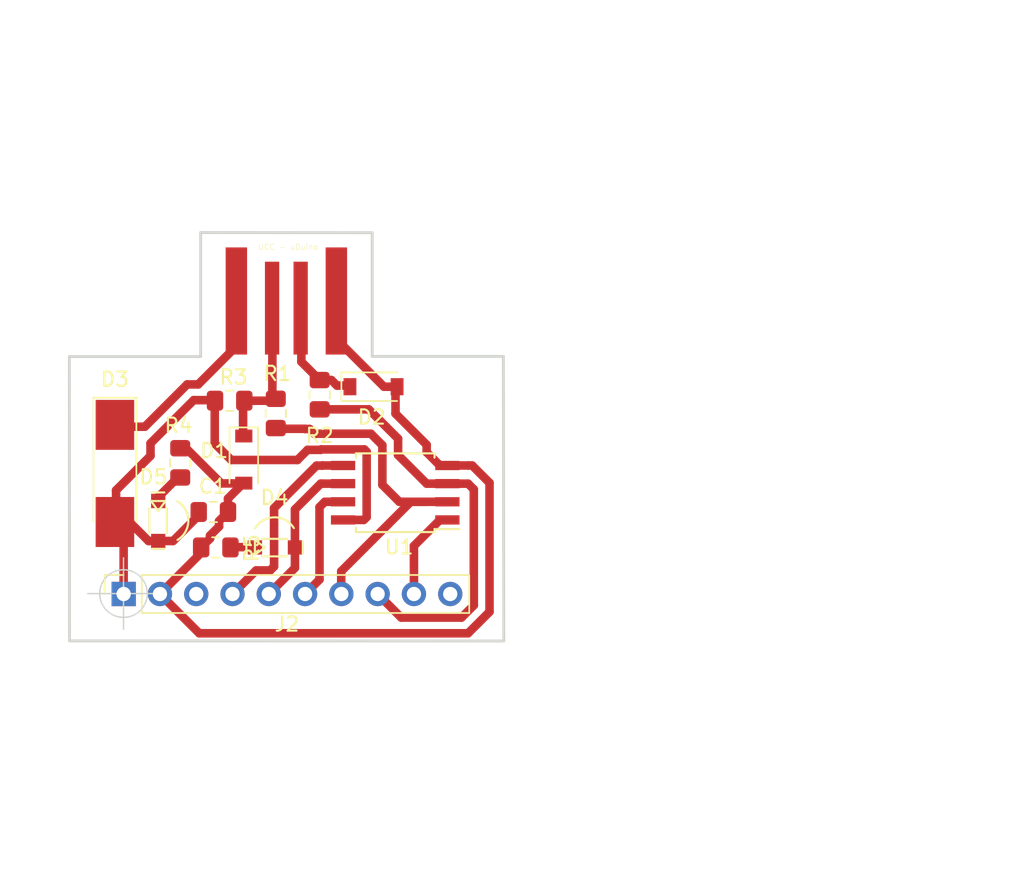
<source format=kicad_pcb>
(kicad_pcb (version 20171130) (host pcbnew "(5.0.0)")

  (general
    (thickness 1.6)
    (drawings 17)
    (tracks 124)
    (zones 0)
    (modules 14)
    (nets 16)
  )

  (page A4)
  (layers
    (0 F.Cu signal)
    (31 B.Cu signal)
    (32 B.Adhes user)
    (33 F.Adhes user)
    (34 B.Paste user)
    (35 F.Paste user)
    (36 B.SilkS user)
    (37 F.SilkS user)
    (38 B.Mask user)
    (39 F.Mask user)
    (40 Dwgs.User user)
    (41 Cmts.User user)
    (42 Eco1.User user)
    (43 Eco2.User user)
    (44 Edge.Cuts user)
    (45 Margin user)
    (46 B.CrtYd user)
    (47 F.CrtYd user)
    (48 B.Fab user)
    (49 F.Fab user hide)
  )

  (setup
    (last_trace_width 0.6)
    (trace_clearance 0.5)
    (zone_clearance 0.508)
    (zone_45_only no)
    (trace_min 0.2)
    (segment_width 0.2)
    (edge_width 0.2)
    (via_size 0.8)
    (via_drill 0.4)
    (via_min_size 0.4)
    (via_min_drill 0.3)
    (uvia_size 0.3)
    (uvia_drill 0.1)
    (uvias_allowed no)
    (uvia_min_size 0.2)
    (uvia_min_drill 0.1)
    (pcb_text_width 0.3)
    (pcb_text_size 1.5 1.5)
    (mod_edge_width 0.15)
    (mod_text_size 1 1)
    (mod_text_width 0.15)
    (pad_size 1.5 1.5)
    (pad_drill 0.6)
    (pad_to_mask_clearance 0)
    (aux_axis_origin 155.7 100.01)
    (visible_elements 7FFFFFFF)
    (pcbplotparams
      (layerselection 0x010fc_ffffffff)
      (usegerberextensions false)
      (usegerberattributes false)
      (usegerberadvancedattributes false)
      (creategerberjobfile false)
      (excludeedgelayer true)
      (linewidth 0.100000)
      (plotframeref false)
      (viasonmask false)
      (mode 1)
      (useauxorigin false)
      (hpglpennumber 1)
      (hpglpenspeed 20)
      (hpglpendiameter 15.000000)
      (psnegative false)
      (psa4output false)
      (plotreference true)
      (plotvalue true)
      (plotinvisibletext false)
      (padsonsilk false)
      (subtractmaskfromsilk false)
      (outputformat 1)
      (mirror false)
      (drillshape 1)
      (scaleselection 1)
      (outputdirectory ""))
  )

  (net 0 "")
  (net 1 +5V)
  (net 2 "Net-(D2-Pad1)")
  (net 3 "Net-(J2-Pad7)")
  (net 4 "Net-(D3-Pad1)")
  (net 5 "Net-(J2-Pad8)")
  (net 6 GND)
  (net 7 "Net-(D4-Pad1)")
  (net 8 "Net-(D5-Pad1)")
  (net 9 "Net-(J2-Pad9)")
  (net 10 "Net-(J2-Pad4)")
  (net 11 "Net-(D4-Pad2)")
  (net 12 "Net-(J2-Pad6)")
  (net 13 "Net-(D1-Pad1)")
  (net 14 "Net-(J2-Pad3)")
  (net 15 "Net-(J2-Pad10)")

  (net_class Default "This is the default net class."
    (clearance 0.5)
    (trace_width 0.6)
    (via_dia 0.8)
    (via_drill 0.4)
    (uvia_dia 0.3)
    (uvia_drill 0.1)
    (add_net +5V)
    (add_net GND)
    (add_net "Net-(D1-Pad1)")
    (add_net "Net-(D2-Pad1)")
    (add_net "Net-(D3-Pad1)")
    (add_net "Net-(D4-Pad1)")
    (add_net "Net-(D4-Pad2)")
    (add_net "Net-(D5-Pad1)")
    (add_net "Net-(J2-Pad10)")
    (add_net "Net-(J2-Pad3)")
    (add_net "Net-(J2-Pad4)")
    (add_net "Net-(J2-Pad6)")
    (add_net "Net-(J2-Pad7)")
    (add_net "Net-(J2-Pad8)")
    (add_net "Net-(J2-Pad9)")
  )

  (module Diode_SMD:D_MELF_Handsoldering (layer F.Cu) (tedit 5905D89D) (tstamp 5C20FB7D)
    (at 155.11 91.6 270)
    (descr "Diode MELF Handsoldering")
    (tags "Diode MELF Handsoldering")
    (path /5B9DA5AD)
    (attr smd)
    (fp_text reference D3 (at -6.59 0) (layer F.SilkS)
      (effects (font (size 1 1) (thickness 0.15)))
    )
    (fp_text value PMLL4148L (at 0 2.25 270) (layer F.Fab)
      (effects (font (size 1 1) (thickness 0.15)))
    )
    (fp_text user %R (at 0 -2.25 270) (layer F.Fab)
      (effects (font (size 1 1) (thickness 0.15)))
    )
    (fp_line (start 3.4 -1.5) (end -5.3 -1.5) (layer F.SilkS) (width 0.12))
    (fp_line (start -5.3 -1.5) (end -5.3 1.5) (layer F.SilkS) (width 0.12))
    (fp_line (start -5.3 1.5) (end 3.4 1.5) (layer F.SilkS) (width 0.12))
    (fp_line (start 2.6 -1.3) (end -2.6 -1.3) (layer F.Fab) (width 0.1))
    (fp_line (start -2.6 -1.3) (end -2.6 1.3) (layer F.Fab) (width 0.1))
    (fp_line (start -2.6 1.3) (end 2.6 1.3) (layer F.Fab) (width 0.1))
    (fp_line (start 2.6 1.3) (end 2.6 -1.3) (layer F.Fab) (width 0.1))
    (fp_line (start -0.64944 0.00102) (end -1.55114 0.00102) (layer F.Fab) (width 0.1))
    (fp_line (start 0.50118 0.00102) (end 1.4994 0.00102) (layer F.Fab) (width 0.1))
    (fp_line (start -0.64944 -0.79908) (end -0.64944 0.80112) (layer F.Fab) (width 0.1))
    (fp_line (start 0.50118 0.75032) (end 0.50118 -0.79908) (layer F.Fab) (width 0.1))
    (fp_line (start -0.64944 0.00102) (end 0.50118 0.75032) (layer F.Fab) (width 0.1))
    (fp_line (start -0.64944 0.00102) (end 0.50118 -0.79908) (layer F.Fab) (width 0.1))
    (fp_line (start -5.4 -1.6) (end 5.4 -1.6) (layer F.CrtYd) (width 0.05))
    (fp_line (start 5.4 -1.6) (end 5.4 1.6) (layer F.CrtYd) (width 0.05))
    (fp_line (start 5.4 1.6) (end -5.4 1.6) (layer F.CrtYd) (width 0.05))
    (fp_line (start -5.4 1.6) (end -5.4 -1.6) (layer F.CrtYd) (width 0.05))
    (pad 1 smd rect (at -3.4 0 270) (size 3.5 2.7) (layers F.Cu F.Paste F.Mask)
      (net 4 "Net-(D3-Pad1)"))
    (pad 2 smd rect (at 3.4 0 270) (size 3.5 2.7) (layers F.Cu F.Paste F.Mask)
      (net 1 +5V))
    (model ${KISYS3DMOD}/Diode_SMD.3dshapes/D_MELF.wrl
      (at (xyz 0 0 0))
      (scale (xyz 1 1 1))
      (rotate (xyz 0 0 0))
    )
  )

  (module Diode_SMD:D_SOD-123 (layer F.Cu) (tedit 58645DC7) (tstamp 5C20FB4D)
    (at 164.13 90.63 270)
    (descr SOD-123)
    (tags SOD-123)
    (path /5BA736C8)
    (attr smd)
    (fp_text reference D1 (at -0.63 2.08) (layer F.SilkS)
      (effects (font (size 1 1) (thickness 0.15)))
    )
    (fp_text value "3.6V 1/2mW" (at 0 2.1 270) (layer F.Fab)
      (effects (font (size 1 1) (thickness 0.15)))
    )
    (fp_text user %R (at 0 -2 270) (layer F.Fab)
      (effects (font (size 1 1) (thickness 0.15)))
    )
    (fp_line (start -2.25 -1) (end -2.25 1) (layer F.SilkS) (width 0.12))
    (fp_line (start 0.25 0) (end 0.75 0) (layer F.Fab) (width 0.1))
    (fp_line (start 0.25 0.4) (end -0.35 0) (layer F.Fab) (width 0.1))
    (fp_line (start 0.25 -0.4) (end 0.25 0.4) (layer F.Fab) (width 0.1))
    (fp_line (start -0.35 0) (end 0.25 -0.4) (layer F.Fab) (width 0.1))
    (fp_line (start -0.35 0) (end -0.35 0.55) (layer F.Fab) (width 0.1))
    (fp_line (start -0.35 0) (end -0.35 -0.55) (layer F.Fab) (width 0.1))
    (fp_line (start -0.75 0) (end -0.35 0) (layer F.Fab) (width 0.1))
    (fp_line (start -1.4 0.9) (end -1.4 -0.9) (layer F.Fab) (width 0.1))
    (fp_line (start 1.4 0.9) (end -1.4 0.9) (layer F.Fab) (width 0.1))
    (fp_line (start 1.4 -0.9) (end 1.4 0.9) (layer F.Fab) (width 0.1))
    (fp_line (start -1.4 -0.9) (end 1.4 -0.9) (layer F.Fab) (width 0.1))
    (fp_line (start -2.35 -1.15) (end 2.35 -1.15) (layer F.CrtYd) (width 0.05))
    (fp_line (start 2.35 -1.15) (end 2.35 1.15) (layer F.CrtYd) (width 0.05))
    (fp_line (start 2.35 1.15) (end -2.35 1.15) (layer F.CrtYd) (width 0.05))
    (fp_line (start -2.35 -1.15) (end -2.35 1.15) (layer F.CrtYd) (width 0.05))
    (fp_line (start -2.25 1) (end 1.65 1) (layer F.SilkS) (width 0.12))
    (fp_line (start -2.25 -1) (end 1.65 -1) (layer F.SilkS) (width 0.12))
    (pad 1 smd rect (at -1.65 0 270) (size 0.9 1.2) (layers F.Cu F.Paste F.Mask)
      (net 13 "Net-(D1-Pad1)"))
    (pad 2 smd rect (at 1.65 0 270) (size 0.9 1.2) (layers F.Cu F.Paste F.Mask)
      (net 6 GND))
    (model ${KISYS3DMOD}/Diode_SMD.3dshapes/D_SOD-123.wrl
      (at (xyz 0 0 0))
      (scale (xyz 1 1 1))
      (rotate (xyz 0 0 0))
    )
  )

  (module ledSmdLateral:led (layer F.Cu) (tedit 5BB42A8C) (tstamp 5C2CF65D)
    (at 158.14 95.33 270)
    (path /5BA70285)
    (attr smd)
    (fp_text reference D5 (at -3.48 0.34) (layer F.SilkS)
      (effects (font (size 1 1) (thickness 0.15)))
    )
    (fp_text value "Led Red" (at -0.025 0 270) (layer F.Fab)
      (effects (font (size 0.5 0.5) (thickness 0.125)))
    )
    (fp_line (start -2.4 -0.425) (end -2.4 0.425) (layer F.SilkS) (width 0.15))
    (fp_line (start 1.55 -0.425) (end 1.55 0.425) (layer F.SilkS) (width 0.15))
    (fp_line (start -1.8 0.5) (end -1.8 -0.5) (layer F.SilkS) (width 0.15))
    (fp_line (start -1.1 0) (end -1.8 0.5) (layer F.SilkS) (width 0.15))
    (fp_line (start -1.75 -0.475) (end -1.1 0) (layer F.SilkS) (width 0.15))
    (fp_line (start -1.3 0.625) (end 0.45 0.625) (layer F.SilkS) (width 0.15))
    (fp_line (start -1.3 -0.6) (end 0.45 -0.6) (layer F.SilkS) (width 0.15))
    (fp_arc (start -0.425 -0.525) (end 0.924999 -1.349999) (angle -117.9197664) (layer F.SilkS) (width 0.15))
    (fp_line (start 1.2 -0.85) (end 1.7 -0.85) (layer F.CrtYd) (width 0.15))
    (fp_line (start -2.55 -0.85) (end -2.075 -0.85) (layer F.CrtYd) (width 0.15))
    (fp_arc (start -0.425 -0.85) (end 1.2 -0.85) (angle -180) (layer F.CrtYd) (width 0.15))
    (fp_line (start 1.7 0.9) (end 1.7 -0.85) (layer F.CrtYd) (width 0.15))
    (fp_line (start -2.55 0.9) (end 1.7 0.9) (layer F.CrtYd) (width 0.15))
    (fp_line (start -2.55 -0.85) (end -2.55 0.9) (layer F.CrtYd) (width 0.15))
    (fp_line (start -1.1 0) (end -1.8 0.5) (layer F.Fab) (width 0.15))
    (fp_line (start -1.8 -0.5) (end -1.1 0) (layer F.Fab) (width 0.15))
    (fp_line (start -1.8 0.5) (end -1.8 -0.5) (layer F.Fab) (width 0.15))
    (fp_line (start 1 0.5) (end -1.8 0.5) (layer F.Fab) (width 0.15))
    (fp_line (start 1 -0.5) (end 1 0.5) (layer F.Fab) (width 0.15))
    (fp_line (start -1.8 -0.5) (end 1 -0.5) (layer F.Fab) (width 0.15))
    (pad 2 smd rect (at 1 0 270) (size 1 1) (layers F.Cu F.Paste F.Mask)
      (net 1 +5V))
    (pad 1 smd rect (at -1.8 0 270) (size 1 1) (layers F.Cu F.Paste F.Mask)
      (net 8 "Net-(D5-Pad1)"))
  )

  (module ledSmdLateral:led (layer F.Cu) (tedit 5BB42A8C) (tstamp 5C20ECFE)
    (at 166.71 96.78)
    (path /5B9D9F26)
    (attr smd)
    (fp_text reference D4 (at -0.43 -3.49) (layer F.SilkS)
      (effects (font (size 1 1) (thickness 0.15)))
    )
    (fp_text value "Led Green" (at -0.025 0) (layer F.Fab)
      (effects (font (size 0.5 0.5) (thickness 0.125)))
    )
    (fp_line (start -1.8 -0.5) (end 1 -0.5) (layer F.Fab) (width 0.15))
    (fp_line (start 1 -0.5) (end 1 0.5) (layer F.Fab) (width 0.15))
    (fp_line (start 1 0.5) (end -1.8 0.5) (layer F.Fab) (width 0.15))
    (fp_line (start -1.8 0.5) (end -1.8 -0.5) (layer F.Fab) (width 0.15))
    (fp_line (start -1.8 -0.5) (end -1.1 0) (layer F.Fab) (width 0.15))
    (fp_line (start -1.1 0) (end -1.8 0.5) (layer F.Fab) (width 0.15))
    (fp_line (start -2.55 -0.85) (end -2.55 0.9) (layer F.CrtYd) (width 0.15))
    (fp_line (start -2.55 0.9) (end 1.7 0.9) (layer F.CrtYd) (width 0.15))
    (fp_line (start 1.7 0.9) (end 1.7 -0.85) (layer F.CrtYd) (width 0.15))
    (fp_arc (start -0.425 -0.85) (end 1.2 -0.85) (angle -180) (layer F.CrtYd) (width 0.15))
    (fp_line (start -2.55 -0.85) (end -2.075 -0.85) (layer F.CrtYd) (width 0.15))
    (fp_line (start 1.2 -0.85) (end 1.7 -0.85) (layer F.CrtYd) (width 0.15))
    (fp_arc (start -0.425 -0.525) (end 0.924999 -1.349999) (angle -117.9197664) (layer F.SilkS) (width 0.15))
    (fp_line (start -1.3 -0.6) (end 0.45 -0.6) (layer F.SilkS) (width 0.15))
    (fp_line (start -1.3 0.625) (end 0.45 0.625) (layer F.SilkS) (width 0.15))
    (fp_line (start -1.75 -0.475) (end -1.1 0) (layer F.SilkS) (width 0.15))
    (fp_line (start -1.1 0) (end -1.8 0.5) (layer F.SilkS) (width 0.15))
    (fp_line (start -1.8 0.5) (end -1.8 -0.5) (layer F.SilkS) (width 0.15))
    (fp_line (start 1.55 -0.425) (end 1.55 0.425) (layer F.SilkS) (width 0.15))
    (fp_line (start -2.4 -0.425) (end -2.4 0.425) (layer F.SilkS) (width 0.15))
    (pad 1 smd rect (at -1.8 0) (size 1 1) (layers F.Cu F.Paste F.Mask)
      (net 7 "Net-(D4-Pad1)"))
    (pad 2 smd rect (at 1 0) (size 1 1) (layers F.Cu F.Paste F.Mask)
      (net 11 "Net-(D4-Pad2)"))
  )

  (module usbEmbedded:USB_A_UCC locked (layer F.Cu) (tedit 5BAAF4DA) (tstamp 5BCC6B05)
    (at 167.11 79.73 270)
    (path /5BAA6B82)
    (fp_text reference J1 (at 0 0 270) (layer F.SilkS) hide
      (effects (font (size 1.27 1.27) (thickness 0.15)))
    )
    (fp_text value USB_PCB_A (at 0 0 270) (layer F.SilkS) hide
      (effects (font (size 0.38608 0.38608) (thickness 0.030886)) (justify left bottom))
    )
    (fp_line (start -5 -6) (end 3.7 -6) (layer F.Fab) (width 0.127))
    (fp_line (start 3.7 -6) (end 3.7 6) (layer F.Fab) (width 0.127))
    (fp_line (start 3.7 6) (end -5 6) (layer F.Fab) (width 0.127))
    (fp_line (start -5 6) (end -5 -6) (layer F.Fab) (width 0.127))
    (fp_text user "UCC - uDuino" (at -3.75 2) (layer F.SilkS)
      (effects (font (size 0.38608 0.38608) (thickness 0.032512)) (justify left bottom))
    )
    (fp_text user USB_PCB_A (at -1.27 5.08 270) (layer F.Fab)
      (effects (font (size 0.38608 0.38608) (thickness 0.032512)) (justify left bottom))
    )
    (pad 1 smd rect (at -0.2 3.5 270) (size 7.5 1.5) (layers F.Cu F.Paste F.Mask)
      (net 4 "Net-(D3-Pad1)") (solder_mask_margin 0.1016))
    (pad 2 smd rect (at 0.3 1 270) (size 6.5 1) (layers F.Cu F.Paste F.Mask)
      (net 13 "Net-(D1-Pad1)") (solder_mask_margin 0.1016))
    (pad 3 smd rect (at 0.3 -1 270) (size 6.5 1) (layers F.Cu F.Paste F.Mask)
      (net 2 "Net-(D2-Pad1)") (solder_mask_margin 0.1016))
    (pad 4 smd rect (at -0.2 -3.5 270) (size 7.5 1.5) (layers F.Cu F.Paste F.Mask)
      (net 6 GND) (solder_mask_margin 0.1016))
  )

  (module Package_SO:SOIJ-8_5.3x5.3mm_P1.27mm (layer F.Cu) (tedit 5A02F2D3) (tstamp 5BE6712D)
    (at 174.73 92.95 180)
    (descr "8-Lead Plastic Small Outline (SM) - Medium, 5.28 mm Body [SOIC] (see Microchip Packaging Specification 00000049BS.pdf)")
    (tags "SOIC 1.27")
    (path /5B9D9CB3)
    (attr smd)
    (fp_text reference U1 (at -0.27 -3.8 180) (layer F.SilkS)
      (effects (font (size 1 1) (thickness 0.15)))
    )
    (fp_text value ATtiny85-20SU (at 0 3.68 180) (layer F.Fab)
      (effects (font (size 1 1) (thickness 0.15)))
    )
    (fp_text user %R (at 0 0 180) (layer F.Fab)
      (effects (font (size 1 1) (thickness 0.15)))
    )
    (fp_line (start -1.65 -2.65) (end 2.65 -2.65) (layer F.Fab) (width 0.15))
    (fp_line (start 2.65 -2.65) (end 2.65 2.65) (layer F.Fab) (width 0.15))
    (fp_line (start 2.65 2.65) (end -2.65 2.65) (layer F.Fab) (width 0.15))
    (fp_line (start -2.65 2.65) (end -2.65 -1.65) (layer F.Fab) (width 0.15))
    (fp_line (start -2.65 -1.65) (end -1.65 -2.65) (layer F.Fab) (width 0.15))
    (fp_line (start -4.75 -2.95) (end -4.75 2.95) (layer F.CrtYd) (width 0.05))
    (fp_line (start 4.75 -2.95) (end 4.75 2.95) (layer F.CrtYd) (width 0.05))
    (fp_line (start -4.75 -2.95) (end 4.75 -2.95) (layer F.CrtYd) (width 0.05))
    (fp_line (start -4.75 2.95) (end 4.75 2.95) (layer F.CrtYd) (width 0.05))
    (fp_line (start -2.75 -2.755) (end -2.75 -2.55) (layer F.SilkS) (width 0.15))
    (fp_line (start 2.75 -2.755) (end 2.75 -2.455) (layer F.SilkS) (width 0.15))
    (fp_line (start 2.75 2.755) (end 2.75 2.455) (layer F.SilkS) (width 0.15))
    (fp_line (start -2.75 2.755) (end -2.75 2.455) (layer F.SilkS) (width 0.15))
    (fp_line (start -2.75 -2.755) (end 2.75 -2.755) (layer F.SilkS) (width 0.15))
    (fp_line (start -2.75 2.755) (end 2.75 2.755) (layer F.SilkS) (width 0.15))
    (fp_line (start -2.75 -2.55) (end -4.5 -2.55) (layer F.SilkS) (width 0.15))
    (pad 1 smd rect (at -3.65 -1.905 180) (size 1.7 0.65) (layers F.Cu F.Paste F.Mask)
      (net 9 "Net-(J2-Pad9)"))
    (pad 2 smd rect (at -3.65 -0.635 180) (size 1.7 0.65) (layers F.Cu F.Paste F.Mask)
      (net 3 "Net-(J2-Pad7)"))
    (pad 3 smd rect (at -3.65 0.635 180) (size 1.7 0.65) (layers F.Cu F.Paste F.Mask)
      (net 5 "Net-(J2-Pad8)"))
    (pad 4 smd rect (at -3.65 1.905 180) (size 1.7 0.65) (layers F.Cu F.Paste F.Mask)
      (net 6 GND))
    (pad 5 smd rect (at 3.65 1.905 180) (size 1.7 0.65) (layers F.Cu F.Paste F.Mask)
      (net 10 "Net-(J2-Pad4)"))
    (pad 6 smd rect (at 3.65 0.635 180) (size 1.7 0.65) (layers F.Cu F.Paste F.Mask)
      (net 11 "Net-(D4-Pad2)"))
    (pad 7 smd rect (at 3.65 -0.635 180) (size 1.7 0.65) (layers F.Cu F.Paste F.Mask)
      (net 12 "Net-(J2-Pad6)"))
    (pad 8 smd rect (at 3.65 -1.905 180) (size 1.7 0.65) (layers F.Cu F.Paste F.Mask)
      (net 1 +5V))
    (model ${KISYS3DMOD}/Package_SO.3dshapes/SOIJ-8_5.3x5.3mm_P1.27mm.wrl
      (at (xyz 0 0 0))
      (scale (xyz 1 1 1))
      (rotate (xyz 0 0 0))
    )
  )

  (module Connector_PinSocket_2.54mm:PinSocket_1x10_P2.54mm_Vertical (layer F.Cu) (tedit 5A19A425) (tstamp 5BE67255)
    (at 155.72 100.04 90)
    (descr "Through hole straight socket strip, 1x10, 2.54mm pitch, single row (from Kicad 4.0.7), script generated")
    (tags "Through hole socket strip THT 1x10 2.54mm single row")
    (path /5BA73E1D)
    (fp_text reference J2 (at -2.11 11.43 180) (layer F.SilkS)
      (effects (font (size 1 1) (thickness 0.15)))
    )
    (fp_text value Header (at 0 25.63 90) (layer F.Fab)
      (effects (font (size 1 1) (thickness 0.15)))
    )
    (fp_line (start -1.27 -1.27) (end 0.635 -1.27) (layer F.Fab) (width 0.1))
    (fp_line (start 0.635 -1.27) (end 1.27 -0.635) (layer F.Fab) (width 0.1))
    (fp_line (start 1.27 -0.635) (end 1.27 24.13) (layer F.Fab) (width 0.1))
    (fp_line (start 1.27 24.13) (end -1.27 24.13) (layer F.Fab) (width 0.1))
    (fp_line (start -1.27 24.13) (end -1.27 -1.27) (layer F.Fab) (width 0.1))
    (fp_line (start -1.33 1.27) (end 1.33 1.27) (layer F.SilkS) (width 0.12))
    (fp_line (start -1.33 1.27) (end -1.33 24.19) (layer F.SilkS) (width 0.12))
    (fp_line (start -1.33 24.19) (end 1.33 24.19) (layer F.SilkS) (width 0.12))
    (fp_line (start 1.33 1.27) (end 1.33 24.19) (layer F.SilkS) (width 0.12))
    (fp_line (start 1.33 -1.33) (end 1.33 0) (layer F.SilkS) (width 0.12))
    (fp_line (start 0 -1.33) (end 1.33 -1.33) (layer F.SilkS) (width 0.12))
    (fp_line (start -1.8 -1.8) (end 1.75 -1.8) (layer F.CrtYd) (width 0.05))
    (fp_line (start 1.75 -1.8) (end 1.75 24.6) (layer F.CrtYd) (width 0.05))
    (fp_line (start 1.75 24.6) (end -1.8 24.6) (layer F.CrtYd) (width 0.05))
    (fp_line (start -1.8 24.6) (end -1.8 -1.8) (layer F.CrtYd) (width 0.05))
    (fp_text user %R (at 0 11.43 180) (layer F.Fab)
      (effects (font (size 1 1) (thickness 0.15)))
    )
    (pad 1 thru_hole rect (at 0 0 90) (size 1.7 1.7) (drill 1) (layers *.Cu *.Mask)
      (net 1 +5V))
    (pad 2 thru_hole oval (at 0 2.54 90) (size 1.7 1.7) (drill 1) (layers *.Cu *.Mask)
      (net 6 GND))
    (pad 3 thru_hole oval (at 0 5.08 90) (size 1.7 1.7) (drill 1) (layers *.Cu *.Mask)
      (net 14 "Net-(J2-Pad3)"))
    (pad 4 thru_hole oval (at 0 7.62 90) (size 1.7 1.7) (drill 1) (layers *.Cu *.Mask)
      (net 10 "Net-(J2-Pad4)"))
    (pad 5 thru_hole oval (at 0 10.16 90) (size 1.7 1.7) (drill 1) (layers *.Cu *.Mask)
      (net 11 "Net-(D4-Pad2)"))
    (pad 6 thru_hole oval (at 0 12.7 90) (size 1.7 1.7) (drill 1) (layers *.Cu *.Mask)
      (net 12 "Net-(J2-Pad6)"))
    (pad 7 thru_hole oval (at 0 15.24 90) (size 1.7 1.7) (drill 1) (layers *.Cu *.Mask)
      (net 3 "Net-(J2-Pad7)"))
    (pad 8 thru_hole oval (at 0 17.78 90) (size 1.7 1.7) (drill 1) (layers *.Cu *.Mask)
      (net 5 "Net-(J2-Pad8)"))
    (pad 9 thru_hole oval (at 0 20.32 90) (size 1.7 1.7) (drill 1) (layers *.Cu *.Mask)
      (net 9 "Net-(J2-Pad9)"))
    (pad 10 thru_hole oval (at 0 22.86 90) (size 1.7 1.7) (drill 1) (layers *.Cu *.Mask)
      (net 15 "Net-(J2-Pad10)"))
    (model ${KISYS3DMOD}/Connector_PinSocket_2.54mm.3dshapes/PinSocket_1x10_P2.54mm_Vertical.wrl
      (at (xyz 0 0 0))
      (scale (xyz 1 1 1))
      (rotate (xyz 0 0 0))
    )
  )

  (module Resistor_SMD:R_0805_2012Metric_Pad1.15x1.40mm_HandSolder (layer F.Cu) (tedit 5B36C52B) (tstamp 5BAB0E60)
    (at 162.17 96.78)
    (descr "Resistor SMD 0805 (2012 Metric), square (rectangular) end terminal, IPC_7351 nominal with elongated pad for handsoldering. (Body size source: https://docs.google.com/spreadsheets/d/1BsfQQcO9C6DZCsRaXUlFlo91Tg2WpOkGARC1WS5S8t0/edit?usp=sharing), generated with kicad-footprint-generator")
    (tags "resistor handsolder")
    (path /5BA72428)
    (attr smd)
    (fp_text reference R5 (at 2.525 0.05 90) (layer F.SilkS)
      (effects (font (size 1 1) (thickness 0.15)))
    )
    (fp_text value "330Ω 5% 1/8W" (at 0 1.65) (layer F.Fab)
      (effects (font (size 1 1) (thickness 0.15)))
    )
    (fp_line (start -1 0.6) (end -1 -0.6) (layer F.Fab) (width 0.1))
    (fp_line (start -1 -0.6) (end 1 -0.6) (layer F.Fab) (width 0.1))
    (fp_line (start 1 -0.6) (end 1 0.6) (layer F.Fab) (width 0.1))
    (fp_line (start 1 0.6) (end -1 0.6) (layer F.Fab) (width 0.1))
    (fp_line (start -0.261252 -0.71) (end 0.261252 -0.71) (layer F.SilkS) (width 0.12))
    (fp_line (start -0.261252 0.71) (end 0.261252 0.71) (layer F.SilkS) (width 0.12))
    (fp_line (start -1.85 0.95) (end -1.85 -0.95) (layer F.CrtYd) (width 0.05))
    (fp_line (start -1.85 -0.95) (end 1.85 -0.95) (layer F.CrtYd) (width 0.05))
    (fp_line (start 1.85 -0.95) (end 1.85 0.95) (layer F.CrtYd) (width 0.05))
    (fp_line (start 1.85 0.95) (end -1.85 0.95) (layer F.CrtYd) (width 0.05))
    (fp_text user %R (at 0 0) (layer F.Fab)
      (effects (font (size 0.5 0.5) (thickness 0.08)))
    )
    (pad 1 smd roundrect (at -1.025 0) (size 1.15 1.4) (layers F.Cu F.Paste F.Mask) (roundrect_rratio 0.217391)
      (net 6 GND))
    (pad 2 smd roundrect (at 1.025 0) (size 1.15 1.4) (layers F.Cu F.Paste F.Mask) (roundrect_rratio 0.217391)
      (net 7 "Net-(D4-Pad1)"))
    (model ${KISYS3DMOD}/Resistor_SMD.3dshapes/R_0805_2012Metric.wrl
      (at (xyz 0 0 0))
      (scale (xyz 1 1 1))
      (rotate (xyz 0 0 0))
    )
  )

  (module Resistor_SMD:R_0805_2012Metric_Pad1.15x1.40mm_HandSolder (layer F.Cu) (tedit 5B36C52B) (tstamp 5BC05F3A)
    (at 159.68 90.86 90)
    (descr "Resistor SMD 0805 (2012 Metric), square (rectangular) end terminal, IPC_7351 nominal with elongated pad for handsoldering. (Body size source: https://docs.google.com/spreadsheets/d/1BsfQQcO9C6DZCsRaXUlFlo91Tg2WpOkGARC1WS5S8t0/edit?usp=sharing), generated with kicad-footprint-generator")
    (tags "resistor handsolder")
    (path /5BA72D9B)
    (attr smd)
    (fp_text reference R4 (at 2.62 -0.12 180) (layer F.SilkS)
      (effects (font (size 1 1) (thickness 0.15)))
    )
    (fp_text value "330Ω 5% 1/8W" (at 0 1.65 90) (layer F.Fab)
      (effects (font (size 1 1) (thickness 0.15)))
    )
    (fp_text user %R (at 0 0 90) (layer F.Fab)
      (effects (font (size 0.5 0.5) (thickness 0.08)))
    )
    (fp_line (start 1.85 0.95) (end -1.85 0.95) (layer F.CrtYd) (width 0.05))
    (fp_line (start 1.85 -0.95) (end 1.85 0.95) (layer F.CrtYd) (width 0.05))
    (fp_line (start -1.85 -0.95) (end 1.85 -0.95) (layer F.CrtYd) (width 0.05))
    (fp_line (start -1.85 0.95) (end -1.85 -0.95) (layer F.CrtYd) (width 0.05))
    (fp_line (start -0.261252 0.71) (end 0.261252 0.71) (layer F.SilkS) (width 0.12))
    (fp_line (start -0.261252 -0.71) (end 0.261252 -0.71) (layer F.SilkS) (width 0.12))
    (fp_line (start 1 0.6) (end -1 0.6) (layer F.Fab) (width 0.1))
    (fp_line (start 1 -0.6) (end 1 0.6) (layer F.Fab) (width 0.1))
    (fp_line (start -1 -0.6) (end 1 -0.6) (layer F.Fab) (width 0.1))
    (fp_line (start -1 0.6) (end -1 -0.6) (layer F.Fab) (width 0.1))
    (pad 2 smd roundrect (at 1.025 0 90) (size 1.15 1.4) (layers F.Cu F.Paste F.Mask) (roundrect_rratio 0.217391)
      (net 6 GND))
    (pad 1 smd roundrect (at -1.025 0 90) (size 1.15 1.4) (layers F.Cu F.Paste F.Mask) (roundrect_rratio 0.217391)
      (net 8 "Net-(D5-Pad1)"))
    (model ${KISYS3DMOD}/Resistor_SMD.3dshapes/R_0805_2012Metric.wrl
      (at (xyz 0 0 0))
      (scale (xyz 1 1 1))
      (rotate (xyz 0 0 0))
    )
  )

  (module Resistor_SMD:R_0805_2012Metric_Pad1.15x1.40mm_HandSolder (layer F.Cu) (tedit 5B36C52B) (tstamp 5BADA602)
    (at 163.14 86.51)
    (descr "Resistor SMD 0805 (2012 Metric), square (rectangular) end terminal, IPC_7351 nominal with elongated pad for handsoldering. (Body size source: https://docs.google.com/spreadsheets/d/1BsfQQcO9C6DZCsRaXUlFlo91Tg2WpOkGARC1WS5S8t0/edit?usp=sharing), generated with kicad-footprint-generator")
    (tags "resistor handsolder")
    (path /5B9DA46A)
    (attr smd)
    (fp_text reference R3 (at 0.27 -1.65 180) (layer F.SilkS)
      (effects (font (size 1 1) (thickness 0.15)))
    )
    (fp_text value "1.5KΩ 5% 1/8W" (at 0 1.65) (layer F.Fab)
      (effects (font (size 1 1) (thickness 0.15)))
    )
    (fp_text user %R (at 0 0) (layer F.Fab)
      (effects (font (size 0.5 0.5) (thickness 0.08)))
    )
    (fp_line (start 1.85 0.95) (end -1.85 0.95) (layer F.CrtYd) (width 0.05))
    (fp_line (start 1.85 -0.95) (end 1.85 0.95) (layer F.CrtYd) (width 0.05))
    (fp_line (start -1.85 -0.95) (end 1.85 -0.95) (layer F.CrtYd) (width 0.05))
    (fp_line (start -1.85 0.95) (end -1.85 -0.95) (layer F.CrtYd) (width 0.05))
    (fp_line (start -0.261252 0.71) (end 0.261252 0.71) (layer F.SilkS) (width 0.12))
    (fp_line (start -0.261252 -0.71) (end 0.261252 -0.71) (layer F.SilkS) (width 0.12))
    (fp_line (start 1 0.6) (end -1 0.6) (layer F.Fab) (width 0.1))
    (fp_line (start 1 -0.6) (end 1 0.6) (layer F.Fab) (width 0.1))
    (fp_line (start -1 -0.6) (end 1 -0.6) (layer F.Fab) (width 0.1))
    (fp_line (start -1 0.6) (end -1 -0.6) (layer F.Fab) (width 0.1))
    (pad 2 smd roundrect (at 1.025 0) (size 1.15 1.4) (layers F.Cu F.Paste F.Mask) (roundrect_rratio 0.217391)
      (net 13 "Net-(D1-Pad1)"))
    (pad 1 smd roundrect (at -1.025 0) (size 1.15 1.4) (layers F.Cu F.Paste F.Mask) (roundrect_rratio 0.217391)
      (net 1 +5V))
    (model ${KISYS3DMOD}/Resistor_SMD.3dshapes/R_0805_2012Metric.wrl
      (at (xyz 0 0 0))
      (scale (xyz 1 1 1))
      (rotate (xyz 0 0 0))
    )
  )

  (module Resistor_SMD:R_0805_2012Metric_Pad1.15x1.40mm_HandSolder (layer F.Cu) (tedit 5B36C52B) (tstamp 5BAB0753)
    (at 169.44 86.09 90)
    (descr "Resistor SMD 0805 (2012 Metric), square (rectangular) end terminal, IPC_7351 nominal with elongated pad for handsoldering. (Body size source: https://docs.google.com/spreadsheets/d/1BsfQQcO9C6DZCsRaXUlFlo91Tg2WpOkGARC1WS5S8t0/edit?usp=sharing), generated with kicad-footprint-generator")
    (tags "resistor handsolder")
    (path /5BA71812)
    (attr smd)
    (fp_text reference R2 (at -2.86 0 180) (layer F.SilkS)
      (effects (font (size 1 1) (thickness 0.15)))
    )
    (fp_text value "68Ω 5% 1/8W" (at 0 1.65 90) (layer F.Fab)
      (effects (font (size 1 1) (thickness 0.15)))
    )
    (fp_text user %R (at 0 0 90) (layer F.Fab)
      (effects (font (size 0.5 0.5) (thickness 0.08)))
    )
    (fp_line (start 1.85 0.95) (end -1.85 0.95) (layer F.CrtYd) (width 0.05))
    (fp_line (start 1.85 -0.95) (end 1.85 0.95) (layer F.CrtYd) (width 0.05))
    (fp_line (start -1.85 -0.95) (end 1.85 -0.95) (layer F.CrtYd) (width 0.05))
    (fp_line (start -1.85 0.95) (end -1.85 -0.95) (layer F.CrtYd) (width 0.05))
    (fp_line (start -0.261252 0.71) (end 0.261252 0.71) (layer F.SilkS) (width 0.12))
    (fp_line (start -0.261252 -0.71) (end 0.261252 -0.71) (layer F.SilkS) (width 0.12))
    (fp_line (start 1 0.6) (end -1 0.6) (layer F.Fab) (width 0.1))
    (fp_line (start 1 -0.6) (end 1 0.6) (layer F.Fab) (width 0.1))
    (fp_line (start -1 -0.6) (end 1 -0.6) (layer F.Fab) (width 0.1))
    (fp_line (start -1 0.6) (end -1 -0.6) (layer F.Fab) (width 0.1))
    (pad 2 smd roundrect (at 1.025 0 90) (size 1.15 1.4) (layers F.Cu F.Paste F.Mask) (roundrect_rratio 0.217391)
      (net 2 "Net-(D2-Pad1)"))
    (pad 1 smd roundrect (at -1.025 0 90) (size 1.15 1.4) (layers F.Cu F.Paste F.Mask) (roundrect_rratio 0.217391)
      (net 5 "Net-(J2-Pad8)"))
    (model ${KISYS3DMOD}/Resistor_SMD.3dshapes/R_0805_2012Metric.wrl
      (at (xyz 0 0 0))
      (scale (xyz 1 1 1))
      (rotate (xyz 0 0 0))
    )
  )

  (module Resistor_SMD:R_0805_2012Metric_Pad1.15x1.40mm_HandSolder (layer F.Cu) (tedit 5B36C52B) (tstamp 5BAD87D0)
    (at 166.37 87.4 90)
    (descr "Resistor SMD 0805 (2012 Metric), square (rectangular) end terminal, IPC_7351 nominal with elongated pad for handsoldering. (Body size source: https://docs.google.com/spreadsheets/d/1BsfQQcO9C6DZCsRaXUlFlo91Tg2WpOkGARC1WS5S8t0/edit?usp=sharing), generated with kicad-footprint-generator")
    (tags "resistor handsolder")
    (path /5BA719F8)
    (attr smd)
    (fp_text reference R1 (at 2.79 0.11 180) (layer F.SilkS)
      (effects (font (size 1 1) (thickness 0.15)))
    )
    (fp_text value "68Ω 5% 1/8W" (at 0 1.65 90) (layer F.Fab)
      (effects (font (size 1 1) (thickness 0.15)))
    )
    (fp_line (start -1 0.6) (end -1 -0.6) (layer F.Fab) (width 0.1))
    (fp_line (start -1 -0.6) (end 1 -0.6) (layer F.Fab) (width 0.1))
    (fp_line (start 1 -0.6) (end 1 0.6) (layer F.Fab) (width 0.1))
    (fp_line (start 1 0.6) (end -1 0.6) (layer F.Fab) (width 0.1))
    (fp_line (start -0.261252 -0.71) (end 0.261252 -0.71) (layer F.SilkS) (width 0.12))
    (fp_line (start -0.261252 0.71) (end 0.261252 0.71) (layer F.SilkS) (width 0.12))
    (fp_line (start -1.85 0.95) (end -1.85 -0.95) (layer F.CrtYd) (width 0.05))
    (fp_line (start -1.85 -0.95) (end 1.85 -0.95) (layer F.CrtYd) (width 0.05))
    (fp_line (start 1.85 -0.95) (end 1.85 0.95) (layer F.CrtYd) (width 0.05))
    (fp_line (start 1.85 0.95) (end -1.85 0.95) (layer F.CrtYd) (width 0.05))
    (fp_text user %R (at 0 0 90) (layer F.Fab)
      (effects (font (size 0.5 0.5) (thickness 0.08)))
    )
    (pad 1 smd roundrect (at -1.025 0 90) (size 1.15 1.4) (layers F.Cu F.Paste F.Mask) (roundrect_rratio 0.217391)
      (net 3 "Net-(J2-Pad7)"))
    (pad 2 smd roundrect (at 1.025 0 90) (size 1.15 1.4) (layers F.Cu F.Paste F.Mask) (roundrect_rratio 0.217391)
      (net 13 "Net-(D1-Pad1)"))
    (model ${KISYS3DMOD}/Resistor_SMD.3dshapes/R_0805_2012Metric.wrl
      (at (xyz 0 0 0))
      (scale (xyz 1 1 1))
      (rotate (xyz 0 0 0))
    )
  )

  (module Capacitor_SMD:C_0805_2012Metric_Pad1.15x1.40mm_HandSolder (layer F.Cu) (tedit 5B36C52B) (tstamp 5BB0CF31)
    (at 162 94.3)
    (descr "Capacitor SMD 0805 (2012 Metric), square (rectangular) end terminal, IPC_7351 nominal with elongated pad for handsoldering. (Body size source: https://docs.google.com/spreadsheets/d/1BsfQQcO9C6DZCsRaXUlFlo91Tg2WpOkGARC1WS5S8t0/edit?usp=sharing), generated with kicad-footprint-generator")
    (tags "capacitor handsolder")
    (path /5BA2911B)
    (attr smd)
    (fp_text reference C1 (at -0.05 -1.8) (layer F.SilkS)
      (effects (font (size 1 1) (thickness 0.15)))
    )
    (fp_text value 0.1u (at 0 1.65) (layer F.Fab)
      (effects (font (size 1 1) (thickness 0.15)))
    )
    (fp_line (start -1 0.6) (end -1 -0.6) (layer F.Fab) (width 0.1))
    (fp_line (start -1 -0.6) (end 1 -0.6) (layer F.Fab) (width 0.1))
    (fp_line (start 1 -0.6) (end 1 0.6) (layer F.Fab) (width 0.1))
    (fp_line (start 1 0.6) (end -1 0.6) (layer F.Fab) (width 0.1))
    (fp_line (start -0.261252 -0.71) (end 0.261252 -0.71) (layer F.SilkS) (width 0.12))
    (fp_line (start -0.261252 0.71) (end 0.261252 0.71) (layer F.SilkS) (width 0.12))
    (fp_line (start -1.85 0.95) (end -1.85 -0.95) (layer F.CrtYd) (width 0.05))
    (fp_line (start -1.85 -0.95) (end 1.85 -0.95) (layer F.CrtYd) (width 0.05))
    (fp_line (start 1.85 -0.95) (end 1.85 0.95) (layer F.CrtYd) (width 0.05))
    (fp_line (start 1.85 0.95) (end -1.85 0.95) (layer F.CrtYd) (width 0.05))
    (fp_text user %R (at 0 0) (layer F.Fab)
      (effects (font (size 0.5 0.5) (thickness 0.08)))
    )
    (pad 1 smd roundrect (at -1.025 0) (size 1.15 1.4) (layers F.Cu F.Paste F.Mask) (roundrect_rratio 0.217391)
      (net 1 +5V))
    (pad 2 smd roundrect (at 1.025 0) (size 1.15 1.4) (layers F.Cu F.Paste F.Mask) (roundrect_rratio 0.217391)
      (net 6 GND))
    (model ${KISYS3DMOD}/Capacitor_SMD.3dshapes/C_0805_2012Metric.wrl
      (at (xyz 0 0 0))
      (scale (xyz 1 1 1))
      (rotate (xyz 0 0 0))
    )
  )

  (module Diode_SMD:D_SOD-123 (layer F.Cu) (tedit 58645DC7) (tstamp 5BB0CFB3)
    (at 173.21 85.53)
    (descr SOD-123)
    (tags SOD-123)
    (path /5B9DA27C)
    (attr smd)
    (fp_text reference D2 (at -0.13 2.13 180) (layer F.SilkS)
      (effects (font (size 1 1) (thickness 0.15)))
    )
    (fp_text value "3.6V 1/2mW" (at 0 2.1) (layer F.Fab)
      (effects (font (size 1 1) (thickness 0.15)))
    )
    (fp_line (start -2.25 -1) (end 1.65 -1) (layer F.SilkS) (width 0.12))
    (fp_line (start -2.25 1) (end 1.65 1) (layer F.SilkS) (width 0.12))
    (fp_line (start -2.35 -1.15) (end -2.35 1.15) (layer F.CrtYd) (width 0.05))
    (fp_line (start 2.35 1.15) (end -2.35 1.15) (layer F.CrtYd) (width 0.05))
    (fp_line (start 2.35 -1.15) (end 2.35 1.15) (layer F.CrtYd) (width 0.05))
    (fp_line (start -2.35 -1.15) (end 2.35 -1.15) (layer F.CrtYd) (width 0.05))
    (fp_line (start -1.4 -0.9) (end 1.4 -0.9) (layer F.Fab) (width 0.1))
    (fp_line (start 1.4 -0.9) (end 1.4 0.9) (layer F.Fab) (width 0.1))
    (fp_line (start 1.4 0.9) (end -1.4 0.9) (layer F.Fab) (width 0.1))
    (fp_line (start -1.4 0.9) (end -1.4 -0.9) (layer F.Fab) (width 0.1))
    (fp_line (start -0.75 0) (end -0.35 0) (layer F.Fab) (width 0.1))
    (fp_line (start -0.35 0) (end -0.35 -0.55) (layer F.Fab) (width 0.1))
    (fp_line (start -0.35 0) (end -0.35 0.55) (layer F.Fab) (width 0.1))
    (fp_line (start -0.35 0) (end 0.25 -0.4) (layer F.Fab) (width 0.1))
    (fp_line (start 0.25 -0.4) (end 0.25 0.4) (layer F.Fab) (width 0.1))
    (fp_line (start 0.25 0.4) (end -0.35 0) (layer F.Fab) (width 0.1))
    (fp_line (start 0.25 0) (end 0.75 0) (layer F.Fab) (width 0.1))
    (fp_line (start -2.25 -1) (end -2.25 1) (layer F.SilkS) (width 0.12))
    (fp_text user %R (at 0 -2) (layer F.Fab)
      (effects (font (size 1 1) (thickness 0.15)))
    )
    (pad 2 smd rect (at 1.65 0) (size 0.9 1.2) (layers F.Cu F.Paste F.Mask)
      (net 6 GND))
    (pad 1 smd rect (at -1.65 0) (size 0.9 1.2) (layers F.Cu F.Paste F.Mask)
      (net 2 "Net-(D2-Pad1)"))
    (model ${KISYS3DMOD}/Diode_SMD.3dshapes/D_SOD-123.wrl
      (at (xyz 0 0 0))
      (scale (xyz 1 1 1))
      (rotate (xyz 0 0 0))
    )
  )

  (dimension 28.480449 (width 0.3) (layer Dwgs.User)
    (gr_text "28.480 mm" (at 213.232103 88.868639 -89.67811698) (layer Dwgs.User)
      (effects (font (size 1.5 1.5) (thickness 0.3)))
    )
    (feature1 (pts (xy 173.75 74.85) (xy 211.638548 74.637143)))
    (feature2 (pts (xy 173.91 103.33) (xy 211.798548 103.117143)))
    (crossbar (pts (xy 211.212136 103.120437) (xy 211.052136 74.640437)))
    (arrow1a (pts (xy 211.052136 74.640437) (xy 211.644876 75.763629)))
    (arrow1b (pts (xy 211.052136 74.640437) (xy 210.472053 75.770217)))
    (arrow2a (pts (xy 211.212136 103.120437) (xy 211.792219 101.990657)))
    (arrow2b (pts (xy 211.212136 103.120437) (xy 210.619396 101.997245)))
  )
  (dimension 19.900161 (width 0.3) (layer Dwgs.User)
    (gr_text "19.900 mm" (at 202.384784 93.461346 89.76966645) (layer Dwgs.User)
      (effects (font (size 1.5 1.5) (thickness 0.3)))
    )
    (feature1 (pts (xy 182.11 103.33) (xy 200.831217 103.405261)))
    (feature2 (pts (xy 182.19 83.43) (xy 200.911217 83.505261)))
    (crossbar (pts (xy 200.324801 83.502904) (xy 200.244801 103.402904)))
    (arrow1a (pts (xy 200.244801 103.402904) (xy 199.662914 102.274052)))
    (arrow1b (pts (xy 200.244801 103.402904) (xy 200.835746 102.278767)))
    (arrow2a (pts (xy 200.324801 83.502904) (xy 199.733856 84.627041)))
    (arrow2b (pts (xy 200.324801 83.502904) (xy 200.906688 84.631756)))
  )
  (dimension 9.200049 (width 0.3) (layer Dwgs.User)
    (gr_text "9.200 mm" (at 177.771449 67.537407 359.8131666) (layer Dwgs.User)
      (effects (font (size 1.5 1.5) (thickness 0.3)))
    )
    (feature1 (pts (xy 182.32 83.33) (xy 182.366513 69.065978)))
    (feature2 (pts (xy 173.12 83.3) (xy 173.166513 69.035978)))
    (crossbar (pts (xy 173.164601 69.622396) (xy 182.364601 69.652396)))
    (arrow1a (pts (xy 182.364601 69.652396) (xy 181.236191 70.23514)))
    (arrow1b (pts (xy 182.364601 69.652396) (xy 181.240015 69.062305)))
    (arrow2a (pts (xy 173.164601 69.622396) (xy 174.289187 70.212487)))
    (arrow2b (pts (xy 173.164601 69.622396) (xy 174.293011 69.039652)))
  )
  (dimension 12.000004 (width 0.3) (layer Dwgs.User)
    (gr_text "12.000 mm" (at 167.17265 59.564661 359.9522535) (layer Dwgs.User)
      (effects (font (size 1.5 1.5) (thickness 0.3)))
    )
    (feature1 (pts (xy 173.16 74.75) (xy 173.171389 61.083239)))
    (feature2 (pts (xy 161.16 74.74) (xy 161.171389 61.073239)))
    (crossbar (pts (xy 161.1709 61.65966) (xy 173.1709 61.66966)))
    (arrow1a (pts (xy 173.1709 61.66966) (xy 172.043908 62.255142)))
    (arrow1b (pts (xy 173.1709 61.66966) (xy 172.044885 61.082301)))
    (arrow2a (pts (xy 161.1709 61.65966) (xy 162.296915 62.247019)))
    (arrow2b (pts (xy 161.1709 61.65966) (xy 162.297892 61.074178)))
  )
  (gr_line (start 151.92 83.42) (end 151.93 103.32) (layer Edge.Cuts) (width 0.2))
  (gr_line (start 182.3 83.41) (end 182.33 103.33) (layer Edge.Cuts) (width 0.2))
  (gr_line (start 173.13 83.41) (end 182.3 83.41) (layer Edge.Cuts) (width 0.2))
  (gr_line (start 151.93 103.32) (end 182.32 103.33) (layer Edge.Cuts) (width 0.2))
  (gr_line (start 161.11 83.42) (end 151.92 83.42) (layer Edge.Cuts) (width 0.2))
  (gr_line (start 161.11 74.74) (end 161.11 83.42) (layer Edge.Cuts) (width 0.2))
  (gr_line (start 173.12 74.75) (end 161.11 74.74) (layer Edge.Cuts) (width 0.2))
  (gr_line (start 173.12 83.41) (end 173.12 74.75) (layer Edge.Cuts) (width 0.2))
  (dimension 30.400026 (width 0.3) (layer Dwgs.User)
    (gr_text "30.400 mm" (at 167.126449 121.121282 0.07538914006) (layer Dwgs.User)
      (effects (font (size 1.5 1.5) (thickness 0.3)))
    )
    (feature1 (pts (xy 182.3 101) (xy 182.324458 119.587705)))
    (feature2 (pts (xy 151.9 101.04) (xy 151.924458 119.627705)))
    (crossbar (pts (xy 151.923686 119.041284) (xy 182.323686 119.001284)))
    (arrow1a (pts (xy 182.323686 119.001284) (xy 181.197955 119.589186)))
    (arrow1b (pts (xy 182.323686 119.001284) (xy 181.196412 118.416346)))
    (arrow2a (pts (xy 151.923686 119.041284) (xy 153.05096 119.626222)))
    (arrow2b (pts (xy 151.923686 119.041284) (xy 153.049417 118.453382)))
  )
  (dimension 15.2001 (width 0.3) (layer Dwgs.User)
    (gr_text "15.200 mm" (at 159.551014 69.204083 359.7926806) (layer Dwgs.User)
      (effects (font (size 1.5 1.5) (thickness 0.3)))
    )
    (feature1 (pts (xy 167.1 83.33) (xy 167.145537 70.745152)))
    (feature2 (pts (xy 151.9 83.275) (xy 151.945537 70.690152)))
    (crossbar (pts (xy 151.943415 71.276569) (xy 167.143415 71.331569)))
    (arrow1a (pts (xy 167.143415 71.331569) (xy 166.014797 71.91391)))
    (arrow1b (pts (xy 167.143415 71.331569) (xy 166.019041 70.741076)))
    (arrow2a (pts (xy 151.943415 71.276569) (xy 153.067789 71.867062)))
    (arrow2b (pts (xy 151.943415 71.276569) (xy 153.072033 70.694228)))
  )
  (dimension 2 (width 0.3) (layer Dwgs.User)
    (gr_text "2.000 mm" (at 181.325 110.45) (layer Dwgs.User)
      (effects (font (size 1.5 1.5) (thickness 0.3)))
    )
    (feature1 (pts (xy 182.325 101.725) (xy 182.325 108.936421)))
    (feature2 (pts (xy 180.325 101.725) (xy 180.325 108.936421)))
    (crossbar (pts (xy 180.325 108.35) (xy 182.325 108.35)))
    (arrow1a (pts (xy 182.325 108.35) (xy 181.198496 108.936421)))
    (arrow1b (pts (xy 182.325 108.35) (xy 181.198496 107.763579)))
    (arrow2a (pts (xy 180.325 108.35) (xy 181.451504 108.936421)))
    (arrow2b (pts (xy 180.325 108.35) (xy 181.451504 107.763579)))
  )
  (dimension 2 (width 0.3) (layer Dwgs.User)
    (gr_text "2.000 mm" (at 152.9 109.9) (layer Dwgs.User)
      (effects (font (size 1.5 1.5) (thickness 0.3)))
    )
    (feature1 (pts (xy 151.9 100.6) (xy 151.9 108.386421)))
    (feature2 (pts (xy 153.9 100.6) (xy 153.9 108.386421)))
    (crossbar (pts (xy 153.9 107.8) (xy 151.9 107.8)))
    (arrow1a (pts (xy 151.9 107.8) (xy 153.026504 107.213579)))
    (arrow1b (pts (xy 151.9 107.8) (xy 153.026504 108.386421)))
    (arrow2a (pts (xy 153.9 107.8) (xy 152.773496 107.213579)))
    (arrow2b (pts (xy 153.9 107.8) (xy 152.773496 108.386421)))
  )
  (target plus (at 155.71 100.01) (size 5) (width 0.1) (layer Edge.Cuts))

  (segment (start 155.72 95.66) (end 155.19 95.13) (width 0.6) (layer F.Cu) (net 1))
  (segment (start 155.72 100.04) (end 155.72 95.66) (width 0.6) (layer F.Cu) (net 1))
  (segment (start 157.46 96.33) (end 158.14 96.33) (width 0.6) (layer F.Cu) (net 1))
  (segment (start 155.19 95.13) (end 156.26 95.13) (width 0.6) (layer F.Cu) (net 1))
  (segment (start 156.26 95.13) (end 157.46 96.33) (width 0.6) (layer F.Cu) (net 1))
  (segment (start 172.730001 94.654999) (end 172.53 94.855) (width 0.6) (layer F.Cu) (net 1))
  (segment (start 172.570001 89.92) (end 172.730001 90.08) (width 0.6) (layer F.Cu) (net 1))
  (segment (start 172.53 94.855) (end 171.08 94.855) (width 0.6) (layer F.Cu) (net 1))
  (segment (start 169.535651 89.919999) (end 172.570001 89.92) (width 0.6) (layer F.Cu) (net 1))
  (segment (start 169.50564 89.95001) (end 169.535651 89.919999) (width 0.6) (layer F.Cu) (net 1))
  (segment (start 167.88437 90.66) (end 168.59436 89.95001) (width 0.6) (layer F.Cu) (net 1))
  (segment (start 163.249998 90.66) (end 167.88437 90.66) (width 0.6) (layer F.Cu) (net 1))
  (segment (start 162.095 89.505002) (end 163.249998 90.66) (width 0.6) (layer F.Cu) (net 1))
  (segment (start 155.19 92.78) (end 157.6 90.37) (width 0.6) (layer F.Cu) (net 1))
  (segment (start 155.19 95.13) (end 155.19 92.78) (width 0.6) (layer F.Cu) (net 1))
  (segment (start 157.6 90.37) (end 157.6 89.490058) (width 0.6) (layer F.Cu) (net 1))
  (segment (start 172.730001 90.08) (end 172.730001 94.654999) (width 0.6) (layer F.Cu) (net 1))
  (segment (start 157.6 89.490058) (end 160.620058 86.47) (width 0.6) (layer F.Cu) (net 1))
  (segment (start 160.620058 86.47) (end 162.095 86.47) (width 0.6) (layer F.Cu) (net 1))
  (segment (start 168.59436 89.95001) (end 169.50564 89.95001) (width 0.6) (layer F.Cu) (net 1))
  (segment (start 162.095 86.47) (end 162.095 89.505002) (width 0.6) (layer F.Cu) (net 1))
  (segment (start 159.18 96.33) (end 158.14 96.33) (width 0.6) (layer F.Cu) (net 1))
  (segment (start 160.975 94.3) (end 160.975 94.535) (width 0.6) (layer F.Cu) (net 1))
  (segment (start 160.975 94.535) (end 159.18 96.33) (width 0.6) (layer F.Cu) (net 1))
  (segment (start 171.37 85.45) (end 171.45 85.53) (width 0.6) (layer F.Cu) (net 2))
  (segment (start 170.65 85.45) (end 171.37 85.45) (width 0.6) (layer F.Cu) (net 2))
  (segment (start 169.3 85.065) (end 170.265 85.065) (width 0.6) (layer F.Cu) (net 2))
  (segment (start 170.265 85.065) (end 170.65 85.45) (width 0.6) (layer F.Cu) (net 2))
  (segment (start 168.16 80.08) (end 168.11 80.03) (width 0.6) (layer F.Cu) (net 2))
  (segment (start 169.44 85.065) (end 168.16 83.785) (width 0.6) (layer F.Cu) (net 2))
  (segment (start 168.16 83.785) (end 168.16 80.08) (width 0.6) (layer F.Cu) (net 2))
  (segment (start 178.38 93.585) (end 176.93 93.585) (width 0.6) (layer F.Cu) (net 3))
  (segment (start 168.400058 88.475) (end 166.575 88.475) (width 0.6) (layer F.Cu) (net 3))
  (segment (start 168.74001 88.49001) (end 168.415068 88.49001) (width 0.6) (layer F.Cu) (net 3))
  (segment (start 169.1 88.85) (end 168.74001 88.49001) (width 0.6) (layer F.Cu) (net 3))
  (segment (start 173.02564 88.819989) (end 169.130011 88.819989) (width 0.6) (layer F.Cu) (net 3))
  (segment (start 173.830011 92.400661) (end 173.830011 89.62436) (width 0.6) (layer F.Cu) (net 3))
  (segment (start 176.93 93.585) (end 175.01435 93.585) (width 0.6) (layer F.Cu) (net 3))
  (segment (start 168.415068 88.49001) (end 168.400058 88.475) (width 0.6) (layer F.Cu) (net 3))
  (segment (start 173.830011 89.62436) (end 173.02564 88.819989) (width 0.6) (layer F.Cu) (net 3))
  (segment (start 169.130011 88.819989) (end 169.1 88.85) (width 0.6) (layer F.Cu) (net 3))
  (segment (start 175.01435 93.585) (end 173.830011 92.400661) (width 0.6) (layer F.Cu) (net 3))
  (segment (start 175.815 93.585) (end 176.93 93.585) (width 0.6) (layer F.Cu) (net 3))
  (segment (start 170.95 98.45) (end 175.815 93.585) (width 0.6) (layer F.Cu) (net 3))
  (segment (start 170.96 100.04) (end 170.95 100.03) (width 0.6) (layer F.Cu) (net 3))
  (segment (start 170.95 100.03) (end 170.95 98.45) (width 0.6) (layer F.Cu) (net 3))
  (segment (start 163.61 82.695058) (end 163.61 79.53) (width 0.6) (layer F.Cu) (net 4))
  (segment (start 160.935067 85.369991) (end 163.61 82.695058) (width 0.6) (layer F.Cu) (net 4))
  (segment (start 160.164419 85.369991) (end 160.935067 85.369991) (width 0.6) (layer F.Cu) (net 4))
  (segment (start 155.19 88.33) (end 157.20441 88.33) (width 0.6) (layer F.Cu) (net 4))
  (segment (start 157.20441 88.33) (end 160.164419 85.369991) (width 0.6) (layer F.Cu) (net 4))
  (segment (start 179.83 92.315) (end 178.38 92.315) (width 0.6) (layer F.Cu) (net 5))
  (segment (start 180.230001 92.715001) (end 179.83 92.315) (width 0.6) (layer F.Cu) (net 5))
  (segment (start 180.230001 100.832001) (end 180.230001 92.715001) (width 0.6) (layer F.Cu) (net 5))
  (segment (start 179.372001 101.690001) (end 180.230001 100.832001) (width 0.6) (layer F.Cu) (net 5))
  (segment (start 175.150001 101.690001) (end 179.372001 101.690001) (width 0.6) (layer F.Cu) (net 5))
  (segment (start 173.5 100.04) (end 175.150001 101.690001) (width 0.6) (layer F.Cu) (net 5))
  (segment (start 176.93 92.315) (end 178.38 92.315) (width 0.6) (layer F.Cu) (net 5))
  (segment (start 174.930022 90.315022) (end 176.93 92.315) (width 0.6) (layer F.Cu) (net 5))
  (segment (start 174.930022 89.168721) (end 174.930022 90.315022) (width 0.6) (layer F.Cu) (net 5))
  (segment (start 172.876301 87.115) (end 174.930022 89.168721) (width 0.6) (layer F.Cu) (net 5))
  (segment (start 169.3 87.115) (end 172.876301 87.115) (width 0.6) (layer F.Cu) (net 5))
  (segment (start 176.93 89.595) (end 176.93 90.12) (width 0.6) (layer F.Cu) (net 6))
  (segment (start 174.75 87.415) (end 176.93 89.595) (width 0.6) (layer F.Cu) (net 6))
  (segment (start 177.855 91.045) (end 178.38 91.045) (width 0.6) (layer F.Cu) (net 6))
  (segment (start 174.75 85.53) (end 174.75 87.415) (width 0.6) (layer F.Cu) (net 6))
  (segment (start 176.93 90.12) (end 177.855 91.045) (width 0.6) (layer F.Cu) (net 6))
  (segment (start 179.83 91.045) (end 178.38 91.045) (width 0.6) (layer F.Cu) (net 6))
  (segment (start 180.115649 91.045) (end 179.83 91.045) (width 0.6) (layer F.Cu) (net 6))
  (segment (start 181.330011 92.259362) (end 180.115649 91.045) (width 0.6) (layer F.Cu) (net 6))
  (segment (start 181.330011 101.28764) (end 181.330011 92.259362) (width 0.6) (layer F.Cu) (net 6))
  (segment (start 179.82764 102.790011) (end 181.330011 101.28764) (width 0.6) (layer F.Cu) (net 6))
  (segment (start 161.010011 102.790011) (end 179.82764 102.790011) (width 0.6) (layer F.Cu) (net 6))
  (segment (start 158.26 100.04) (end 161.010011 102.790011) (width 0.6) (layer F.Cu) (net 6))
  (segment (start 163.025 93.355) (end 164.08 92.3) (width 0.6) (layer F.Cu) (net 6))
  (segment (start 163.025 94.3) (end 163.025 93.355) (width 0.6) (layer F.Cu) (net 6))
  (segment (start 159.95 89.7) (end 159.65 89.7) (width 0.6) (layer F.Cu) (net 6))
  (segment (start 164.08 92.3) (end 162.55 92.3) (width 0.6) (layer F.Cu) (net 6))
  (segment (start 162.55 92.3) (end 159.95 89.7) (width 0.6) (layer F.Cu) (net 6))
  (segment (start 170.6 79.54) (end 170.61 79.53) (width 0.6) (layer F.Cu) (net 6))
  (segment (start 170.6 82.19) (end 170.6 79.54) (width 0.6) (layer F.Cu) (net 6))
  (segment (start 174.75 85.53) (end 173.94 85.53) (width 0.6) (layer F.Cu) (net 6))
  (segment (start 173.94 85.53) (end 170.6 82.19) (width 0.6) (layer F.Cu) (net 6))
  (segment (start 161.768372 96.156628) (end 161.145 96.78) (width 0.6) (layer F.Cu) (net 6))
  (segment (start 161.768372 95.946686) (end 161.768372 96.156628) (width 0.6) (layer F.Cu) (net 6))
  (segment (start 162.401628 95.31343) (end 161.768372 95.946686) (width 0.6) (layer F.Cu) (net 6))
  (segment (start 162.401628 94.923372) (end 162.401628 95.31343) (width 0.6) (layer F.Cu) (net 6))
  (segment (start 163.025 94.3) (end 162.401628 94.923372) (width 0.6) (layer F.Cu) (net 6))
  (segment (start 161.145 97.155) (end 158.26 100.04) (width 0.6) (layer F.Cu) (net 6))
  (segment (start 161.145 96.78) (end 161.145 97.155) (width 0.6) (layer F.Cu) (net 6))
  (segment (start 164.89 96.76) (end 164.91 96.78) (width 0.6) (layer F.Cu) (net 7))
  (segment (start 163.285 96.76) (end 164.89 96.76) (width 0.6) (layer F.Cu) (net 7))
  (segment (start 158.14 93.26) (end 159.65 91.75) (width 0.6) (layer F.Cu) (net 8))
  (segment (start 158.14 93.53) (end 158.14 93.26) (width 0.6) (layer F.Cu) (net 8))
  (segment (start 177.855 94.855) (end 178.38 94.855) (width 0.6) (layer F.Cu) (net 9))
  (segment (start 176.04 96.67) (end 177.855 94.855) (width 0.6) (layer F.Cu) (net 9))
  (segment (start 176.04 100.04) (end 176.04 96.67) (width 0.6) (layer F.Cu) (net 9))
  (segment (start 169.63 91.045) (end 171.08 91.045) (width 0.6) (layer F.Cu) (net 10))
  (segment (start 164.990001 98.389999) (end 165.974351 98.389999) (width 0.6) (layer F.Cu) (net 10))
  (segment (start 163.34 100.04) (end 164.990001 98.389999) (width 0.6) (layer F.Cu) (net 10))
  (segment (start 169.624979 91.050021) (end 169.63 91.045) (width 0.6) (layer F.Cu) (net 10))
  (segment (start 165.974351 98.389999) (end 166.25 98.11435) (width 0.6) (layer F.Cu) (net 10))
  (segment (start 166.25 98.11435) (end 166.25 94.025654) (width 0.6) (layer F.Cu) (net 10))
  (segment (start 166.25 94.025654) (end 169.225633 91.050021) (width 0.6) (layer F.Cu) (net 10))
  (segment (start 169.225633 91.050021) (end 169.624979 91.050021) (width 0.6) (layer F.Cu) (net 10))
  (segment (start 169.63 92.315) (end 171.08 92.315) (width 0.6) (layer F.Cu) (net 11))
  (segment (start 169.516302 92.315) (end 169.63 92.315) (width 0.6) (layer F.Cu) (net 11))
  (segment (start 167.71 94.121302) (end 169.516302 92.315) (width 0.6) (layer F.Cu) (net 11))
  (segment (start 167.71 96.78) (end 167.71 94.121302) (width 0.6) (layer F.Cu) (net 11))
  (segment (start 167.71 98.21) (end 167.71 96.78) (width 0.6) (layer F.Cu) (net 11))
  (segment (start 165.88 100.04) (end 167.71 98.21) (width 0.6) (layer F.Cu) (net 11))
  (segment (start 168.42 100.04) (end 169.429999 99.030001) (width 0.6) (layer F.Cu) (net 12))
  (segment (start 169.429999 99.030001) (end 169.429999 93.956955) (width 0.6) (layer F.Cu) (net 12))
  (segment (start 169.801954 93.585) (end 171.08 93.585) (width 0.6) (layer F.Cu) (net 12))
  (segment (start 169.429999 93.956955) (end 169.801954 93.585) (width 0.6) (layer F.Cu) (net 12))
  (segment (start 164.08 86.535) (end 164.145 86.47) (width 0.6) (layer F.Cu) (net 13))
  (segment (start 164.08 89) (end 164.08 86.535) (width 0.6) (layer F.Cu) (net 13))
  (segment (start 166.53 86.47) (end 166.575 86.425) (width 0.6) (layer F.Cu) (net 13))
  (segment (start 166.575 86.425) (end 166.34 86.19) (width 0.6) (layer F.Cu) (net 13))
  (segment (start 166.13 80.05) (end 166.11 80.03) (width 0.6) (layer F.Cu) (net 13))
  (segment (start 166.37 86.375) (end 166.13 86.135) (width 0.6) (layer F.Cu) (net 13))
  (segment (start 166.13 86.135) (end 166.13 80.05) (width 0.6) (layer F.Cu) (net 13))
  (segment (start 166.235 86.51) (end 166.37 86.375) (width 0.6) (layer F.Cu) (net 13))
  (segment (start 164.165 86.51) (end 166.235 86.51) (width 0.6) (layer F.Cu) (net 13))

)

</source>
